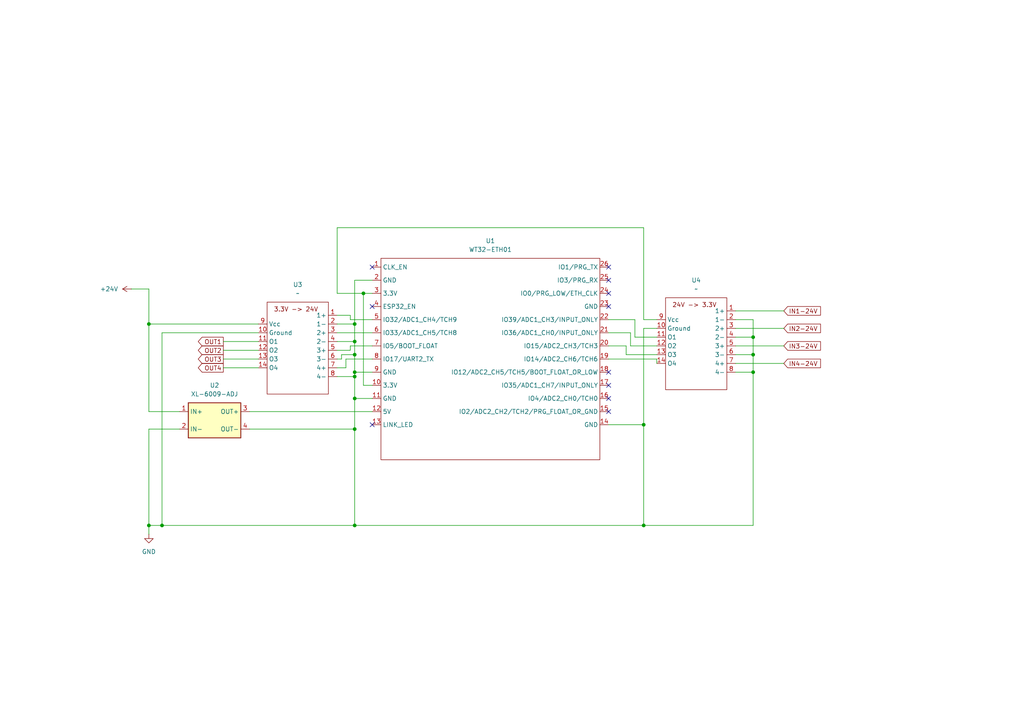
<source format=kicad_sch>
(kicad_sch (version 20250114) (generator "eeschema") (generator_version "9.0")
  (paper "A4")
  (lib_symbols
    (symbol "Regulator_Switching:XL1509-ADJ"
      (property "Reference" "U2" (at 0 10.16 0))
      (property "Value" "XL-6009-ADJ" (at 0 7.62 0))
      (symbol "XL1509-ADJ_0_1"
        (rectangle (start -7.62 5.08) (end 7.62 -5.08) (stroke (width 0.254)) (fill (type background)))
      )
      (symbol "XL1509-ADJ_1_1"
        (pin power_in line (at -10.16 2.54 0) (length 2.54) (name "IN+") (number "1"))
        (pin power_in line (at -10.16 -2.54 0) (length 2.54) (name "IN-") (number "2"))
        (pin power_out line (at 10.16 2.54 180) (length 2.54) (name "OUT+") (number "3"))
        (pin power_out line (at 10.16 -2.54 180) (length 2.54) (name "OUT-") (number "4"))
      )
    )
    (symbol "WT32-ETH01:OP71A04-24v-3.3v"
      (property "Reference" "U" (at -2.286 -15.748 0))
      (symbol "OP71A04-24v-3.3v_1_1"
        (rectangle (start -7.62 7.62) (end 10.16 -19.05))
        (text "24V -> 3.3V" (at 1.778 5.588 0) (effects (font (size 1.27 1.27))))
        (pin input line (at -10.16 3.81 0) (length 2.54) (name "1+") (number "1"))
        (pin input line (at -10.16 1.27 0) (length 2.54) (name "1-") (number "2"))
        (pin input line (at -10.16 -1.27 0) (length 2.54) (name "2+") (number "3"))
        (pin input line (at -10.16 -3.81 0) (length 2.54) (name "2-") (number "4"))
        (pin input line (at -10.16 -6.35 0) (length 2.54) (name "3+") (number "5"))
        (pin input line (at -10.16 -8.89 0) (length 2.54) (name "3-") (number "6"))
        (pin input line (at -10.16 -11.43 0) (length 2.54) (name "4+") (number "7"))
        (pin input line (at -10.16 -13.97 0) (length 2.54) (name "4-") (number "8"))
        (pin input line (at 12.7 1.27 180) (length 2.54) (name "Vcc") (number "9"))
        (pin input line (at 12.7 -1.27 180) (length 2.54) (name "Ground") (number "10"))
        (pin output line (at 12.7 -3.81 180) (length 2.54) (name "O1") (number "11"))
        (pin output line (at 12.7 -6.35 180) (length 2.54) (name "O2") (number "12"))
        (pin output line (at 12.7 -8.89 180) (length 2.54) (name "O3") (number "13"))
        (pin output line (at 12.7 -11.43 180) (length 2.54) (name "O4") (number "14"))
      )
    )
    (symbol "WT32-ETH01:OP71A04-3.3V-24v"
      (property "Reference" "U" (at -2.286 -15.748 0))
      (symbol "OP71A04-3.3V-24v_1_1"
        (rectangle (start -7.62 7.62) (end 10.16 -19.05))
        (text "3.3V -> 24V" (at 1.778 5.588 0) (effects (font (size 1.27 1.27))))
        (pin input line (at -10.16 3.81 0) (length 2.54) (name "1+") (number "1"))
        (pin input line (at -10.16 1.27 0) (length 2.54) (name "1-") (number "2"))
        (pin input line (at -10.16 -1.27 0) (length 2.54) (name "2+") (number "3"))
        (pin input line (at -10.16 -3.81 0) (length 2.54) (name "2-") (number "4"))
        (pin input line (at -10.16 -6.35 0) (length 2.54) (name "3+") (number "5"))
        (pin input line (at -10.16 -8.89 0) (length 2.54) (name "3-") (number "6"))
        (pin input line (at -10.16 -11.43 0) (length 2.54) (name "4+") (number "7"))
        (pin input line (at -10.16 -13.97 0) (length 2.54) (name "4-") (number "8"))
        (pin input line (at 12.7 1.27 180) (length 2.54) (name "Vcc") (number "9"))
        (pin input line (at 12.7 -1.27 180) (length 2.54) (name "Ground") (number "10"))
        (pin output line (at 12.7 -3.81 180) (length 2.54) (name "O1") (number "11"))
        (pin output line (at 12.7 -6.35 180) (length 2.54) (name "O2") (number "12"))
        (pin output line (at 12.7 -8.89 180) (length 2.54) (name "O3") (number "13"))
        (pin output line (at 12.7 -11.43 180) (length 2.54) (name "O4") (number "14"))
      )
    )
    (symbol "WT32-ETH01:WT32-ETH01"
      (property "Reference" "U" (at 0 -22.86 0))
      (property "Value" "WT32-ETH01" (at 0 -25.4 0))
      (symbol "WT32-ETH01_0_1"
        (rectangle (start -31.75 29.21) (end 31.75 -29.21))
      )
      (symbol "WT32-ETH01_1_1"
        (pin bidirectional line (at -34.29 26.67 0) (length 2.54) (name "CLK_EN") (number "1"))
        (pin power_in line (at -34.29 22.86 0) (length 2.54) (name "GND") (number "2"))
        (pin power_out line (at -34.29 19.05 0) (length 2.54) (name "3.3V") (number "3"))
        (pin bidirectional line (at -34.29 15.24 0) (length 2.54) (name "ESP32_EN") (number "4"))
        (pin bidirectional line (at -34.29 11.43 0) (length 2.54) (name "IO32/ADC1_CH4/TCH9") (number "5"))
        (pin bidirectional line (at -34.29 7.62 0) (length 2.54) (name "IO33/ADC1_CH5/TCH8") (number "6"))
        (pin bidirectional line (at -34.29 3.81 0) (length 2.54) (name "IO5/BOOT_FLOAT") (number "7"))
        (pin bidirectional line (at -34.29 0 0) (length 2.54) (name "IO17/UART2_TX") (number "8"))
        (pin power_in line (at -34.29 -3.81 0) (length 2.54) (name "GND") (number "9"))
        (pin power_out line (at -34.29 -7.62 0) (length 2.54) (name "3.3V") (number "10"))
        (pin power_in line (at -34.29 -11.43 0) (length 2.54) (name "GND") (number "11"))
        (pin power_in line (at -34.29 -15.24 0) (length 2.54) (name "5V") (number "12"))
        (pin output line (at -34.29 -19.05 0) (length 2.54) (name "LINK_LED") (number "13"))
        (pin bidirectional line (at 34.29 26.67 180) (length 2.54) (name "IO1/PRG_TX") (number "26"))
        (pin bidirectional line (at 34.29 22.86 180) (length 2.54) (name "IO3/PRG_RX") (number "25"))
        (pin bidirectional line (at 34.29 19.05 180) (length 2.54) (name "IO0/PRG_LOW/ETH_CLK") (number "24"))
        (pin power_in line (at 34.29 15.24 180) (length 2.54) (name "GND") (number "23"))
        (pin input line (at 34.29 11.43 180) (length 2.54) (name "IO39/ADC1_CH3/INPUT_ONLY") (number "22"))
        (pin input line (at 34.29 7.62 180) (length 2.54) (name "IO36/ADC1_CH0/INPUT_ONLY") (number "21"))
        (pin bidirectional line (at 34.29 3.81 180) (length 2.54) (name "IO15/ADC2_CH3/TCH3") (number "20"))
        (pin bidirectional line (at 34.29 0 180) (length 2.54) (name "IO14/ADC2_CH6/TCH6") (number "19"))
        (pin bidirectional line (at 34.29 -3.81 180) (length 2.54) (name "IO12/ADC2_CH5/TCH5/BOOT_FLOAT_OR_LOW") (number "18"))
        (pin input line (at 34.29 -7.62 180) (length 2.54) (name "IO35/ADC1_CH7/INPUT_ONLY") (number "17"))
        (pin bidirectional line (at 34.29 -11.43 180) (length 2.54) (name "IO4/ADC2_CH0/TCH0") (number "16"))
        (pin bidirectional line (at 34.29 -15.24 180) (length 2.54) (name "IO2/ADC2_CH2/TCH2/PRG_FLOAT_OR_GND") (number "15"))
        (pin power_in line (at 34.29 -19.05 180) (length 2.54) (name "GND") (number "14"))
      )
    )
    (symbol "power:+24V" (power) (pin_numbers (hide yes)) (pin_names (offset 0) (hide yes))
      (property "Value" "+24V" (at 0 3.556 0))
      (symbol "+24V_0_1"
        (polyline (pts (xy -0.762 1.27) (xy 0 2.54)))
        (polyline (pts (xy 0 2.54) (xy 0.762 1.27)))
        (polyline (pts (xy 0 0) (xy 0 2.54)))
      )
      (symbol "+24V_1_1"
        (pin power_in line (at 0 0 90) (length 0) (name "~") (number "1"))
      )
    )
    (symbol "power:GND" (power) (pin_numbers (hide yes)) (pin_names (offset 0) (hide yes))
      (property "Value" "GND" (at 0 -3.81 0))
      (symbol "GND_0_1"
        (polyline (pts (xy 0 0) (xy 0 -1.27) (xy 1.27 -1.27) (xy 0 -2.54) (xy -1.27 -1.27) (xy 0 -1.27)))
      )
      (symbol "GND_1_1"
        (pin power_in line (at 0 0 270) (length 0) (name "~") (number "1"))
      )
    )
  )
  (junction (at 218.44 102.87))
  (junction (at 43.18 152.4))
  (junction (at 186.69 123.19))
  (junction (at 102.87 124.46))
  (junction (at 102.87 93.98))
  (junction (at 105.41 85.09))
  (junction (at 102.87 115.57))
  (junction (at 218.44 107.95))
  (junction (at 46.99 152.4))
  (junction (at 218.44 97.79))
  (junction (at 102.87 102.87))
  (junction (at 102.87 99.06))
  (junction (at 102.87 152.4))
  (junction (at 186.69 152.4))
  (junction (at 102.87 109.22))
  (junction (at 102.87 107.95))
  (junction (at 43.18 93.98))
  (no_connect (at 176.53 81.28))
  (no_connect (at 176.53 88.9))
  (no_connect (at 107.95 77.47))
  (no_connect (at 176.53 107.95))
  (no_connect (at 107.95 88.9))
  (no_connect (at 176.53 119.38))
  (no_connect (at 176.53 85.09))
  (no_connect (at 176.53 115.57))
  (no_connect (at 107.95 123.19))
  (no_connect (at 176.53 77.47))
  (no_connect (at 176.53 111.76))
  (wire (pts (xy 101.6 101.6) (xy 97.79 101.6)))
  (wire (pts (xy 190.5 95.25) (xy 186.69 95.25)))
  (wire (pts (xy 176.53 96.52) (xy 182.88 96.52)))
  (wire (pts (xy 107.95 104.14) (xy 100.33 104.14)))
  (wire (pts (xy 186.69 92.71) (xy 186.69 66.04)))
  (wire (pts (xy 64.77 101.6) (xy 74.93 101.6)))
  (wire (pts (xy 213.36 105.41) (xy 227.33 105.41)))
  (wire (pts (xy 97.79 109.22) (xy 102.87 109.22)))
  (wire (pts (xy 97.79 93.98) (xy 102.87 93.98)))
  (wire (pts (xy 46.99 96.52) (xy 46.99 152.4)))
  (wire (pts (xy 99.06 102.87) (xy 102.87 102.87)))
  (wire (pts (xy 182.88 96.52) (xy 182.88 100.33)))
  (wire (pts (xy 105.41 85.09) (xy 105.41 111.76)))
  (wire (pts (xy 176.53 100.33) (xy 181.61 100.33)))
  (wire (pts (xy 105.41 85.09) (xy 107.95 85.09)))
  (wire (pts (xy 43.18 152.4) (xy 43.18 154.94)))
  (wire (pts (xy 181.61 102.87) (xy 190.5 102.87)))
  (wire (pts (xy 107.95 92.71) (xy 101.6 92.71)))
  (wire (pts (xy 213.36 100.33) (xy 227.33 100.33)))
  (wire (pts (xy 102.87 107.95) (xy 102.87 109.22)))
  (wire (pts (xy 213.36 90.17) (xy 227.33 90.17)))
  (wire (pts (xy 218.44 102.87) (xy 218.44 107.95)))
  (wire (pts (xy 218.44 107.95) (xy 218.44 152.4)))
  (wire (pts (xy 218.44 97.79) (xy 218.44 102.87)))
  (wire (pts (xy 72.39 124.46) (xy 102.87 124.46)))
  (wire (pts (xy 97.79 104.14) (xy 99.06 104.14)))
  (wire (pts (xy 43.18 152.4) (xy 46.99 152.4)))
  (wire (pts (xy 100.33 106.68) (xy 97.79 106.68)))
  (wire (pts (xy 97.79 99.06) (xy 102.87 99.06)))
  (wire (pts (xy 102.87 115.57) (xy 107.95 115.57)))
  (wire (pts (xy 101.6 100.33) (xy 101.6 101.6)))
  (wire (pts (xy 184.15 92.71) (xy 184.15 97.79)))
  (wire (pts (xy 107.95 111.76) (xy 105.41 111.76)))
  (wire (pts (xy 186.69 66.04) (xy 97.79 66.04)))
  (wire (pts (xy 72.39 119.38) (xy 107.95 119.38)))
  (wire (pts (xy 102.87 102.87) (xy 102.87 107.95)))
  (wire (pts (xy 101.6 92.71) (xy 101.6 91.44)))
  (wire (pts (xy 43.18 124.46) (xy 43.18 152.4)))
  (wire (pts (xy 218.44 92.71) (xy 218.44 97.79)))
  (wire (pts (xy 101.6 91.44) (xy 97.79 91.44)))
  (wire (pts (xy 97.79 85.09) (xy 105.41 85.09)))
  (wire (pts (xy 176.53 104.14) (xy 190.5 104.14)))
  (wire (pts (xy 64.77 99.06) (xy 74.93 99.06)))
  (wire (pts (xy 213.36 102.87) (xy 218.44 102.87)))
  (wire (pts (xy 100.33 104.14) (xy 100.33 106.68)))
  (wire (pts (xy 97.79 66.04) (xy 97.79 85.09)))
  (wire (pts (xy 176.53 123.19) (xy 186.69 123.19)))
  (wire (pts (xy 102.87 107.95) (xy 107.95 107.95)))
  (wire (pts (xy 43.18 119.38) (xy 52.07 119.38)))
  (wire (pts (xy 43.18 93.98) (xy 74.93 93.98)))
  (wire (pts (xy 102.87 115.57) (xy 102.87 124.46)))
  (wire (pts (xy 43.18 93.98) (xy 43.18 83.82)))
  (wire (pts (xy 213.36 95.25) (xy 227.33 95.25)))
  (wire (pts (xy 107.95 81.28) (xy 102.87 81.28)))
  (wire (pts (xy 186.69 123.19) (xy 186.69 152.4)))
  (wire (pts (xy 182.88 100.33) (xy 190.5 100.33)))
  (wire (pts (xy 213.36 107.95) (xy 218.44 107.95)))
  (wire (pts (xy 102.87 81.28) (xy 102.87 93.98)))
  (wire (pts (xy 74.93 96.52) (xy 46.99 96.52)))
  (wire (pts (xy 190.5 92.71) (xy 186.69 92.71)))
  (wire (pts (xy 99.06 104.14) (xy 99.06 102.87)))
  (wire (pts (xy 213.36 92.71) (xy 218.44 92.71)))
  (wire (pts (xy 184.15 97.79) (xy 190.5 97.79)))
  (wire (pts (xy 64.77 104.14) (xy 74.93 104.14)))
  (wire (pts (xy 102.87 99.06) (xy 102.87 102.87)))
  (wire (pts (xy 186.69 95.25) (xy 186.69 123.19)))
  (wire (pts (xy 64.77 106.68) (xy 74.93 106.68)))
  (wire (pts (xy 190.5 104.14) (xy 190.5 105.41)))
  (wire (pts (xy 97.79 96.52) (xy 107.95 96.52)))
  (wire (pts (xy 102.87 93.98) (xy 102.87 99.06)))
  (wire (pts (xy 102.87 152.4) (xy 186.69 152.4)))
  (wire (pts (xy 176.53 92.71) (xy 184.15 92.71)))
  (wire (pts (xy 107.95 100.33) (xy 101.6 100.33)))
  (wire (pts (xy 43.18 119.38) (xy 43.18 93.98)))
  (wire (pts (xy 43.18 83.82) (xy 38.1 83.82)))
  (wire (pts (xy 46.99 152.4) (xy 102.87 152.4)))
  (wire (pts (xy 102.87 109.22) (xy 102.87 115.57)))
  (wire (pts (xy 102.87 124.46) (xy 102.87 152.4)))
  (wire (pts (xy 186.69 152.4) (xy 218.44 152.4)))
  (wire (pts (xy 43.18 124.46) (xy 52.07 124.46)))
  (wire (pts (xy 181.61 100.33) (xy 181.61 102.87)))
  (wire (pts (xy 213.36 97.79) (xy 218.44 97.79)))
  (global_label "OUT4" (shape output) (at 64.77 106.68 180) (property "Intersheetrefs" "${INTERSHEET_REFS}" (effects (hide yes))))
  (global_label "IN1-24V" (shape input) (at 227.33 90.17 0) (property "Intersheetrefs" "${INTERSHEET_REFS}" (effects (hide yes))))
  (global_label "OUT2" (shape output) (at 64.77 101.6 180) (property "Intersheetrefs" "${INTERSHEET_REFS}" (effects (hide yes))))
  (global_label "OUT1" (shape output) (at 64.77 99.06 180) (property "Intersheetrefs" "${INTERSHEET_REFS}" (effects (hide yes))))
  (global_label "IN3-24V" (shape input) (at 227.33 100.33 0) (property "Intersheetrefs" "${INTERSHEET_REFS}" (effects (hide yes))))
  (global_label "IN4-24V" (shape input) (at 227.33 105.41 0) (property "Intersheetrefs" "${INTERSHEET_REFS}" (effects (hide yes))))
  (global_label "IN2-24V" (shape input) (at 227.33 95.25 0) (property "Intersheetrefs" "${INTERSHEET_REFS}" (effects (hide yes))))
  (global_label "OUT3" (shape output) (at 64.77 104.14 180) (property "Intersheetrefs" "${INTERSHEET_REFS}" (effects (hide yes))))
  (symbol (lib_id "power:+24V") (at 38.1 83.82 90) (unit 1)
    (property "Reference" "#PWR01" (effects (hide yes)))
    (property "Value" "+24V" (at 34.29 83.8199 90) (effects (justify left)))
    (property "Description" "Power symbol creates a global label with name \"+24V\"" (effects (hide yes)))
  )
  (symbol (lib_id "WT32-ETH01:OP71A04-24v-3.3v") (at 203.2 93.98 0) (mirror y) (unit 1)
    (property "Reference" "U4" (at 201.93 81.28 0))
    (property "Value" "~" (at 201.93 83.82 0))
    (property "Footprint" "WT32-ETH01:OP71A04" (effects (hide yes)))
  )
  (symbol (lib_id "power:GND") (at 43.18 154.94 0) (unit 1)
    (property "Reference" "#PWR02" (effects (hide yes)))
    (property "Value" "GND" (at 43.18 160.02 0))
    (property "Description" "Power symbol creates a global label with name \"GND\" , ground" (effects (hide yes)))
  )
  (symbol (lib_id "WT32-ETH01:OP71A04-3.3V-24v") (at 87.63 95.25 0) (mirror y) (unit 1)
    (property "Reference" "U3" (at 86.36 82.55 0))
    (property "Value" "~" (at 86.36 85.09 0))
    (property "Footprint" "WT32-ETH01:OP71A04" (effects (hide yes)))
  )
  (symbol (lib_id "Regulator_Switching:XL1509-ADJ") (at 62.23 121.92 0) (unit 1)
    (property "Reference" "U2" (at 62.23 111.76 0))
    (property "Value" "XL-6009-ADJ" (at 62.23 114.3 0))
    (property "Footprint" "esp32-24v-io:XL6009_module_SMT" (effects (hide yes)))
    (property "Datasheet" "https://datasheet.lcsc.com/lcsc/1809050422_XLSEMI-XL1509-5-0E1_C61063.pdf" (effects (hide yes)))
    (property "Description" "Buck DC/DC Converter, 2A, 1.23-37V Adjustable Output Voltage, 4.5-40V Input Voltage" (effects (hide yes)))
  )
  (symbol (lib_id "WT32-ETH01:WT32-ETH01") (at 142.24 104.14 0) (unit 1)
    (property "Reference" "U1" (at 142.24 69.85 0))
    (property "Value" "WT32-ETH01" (at 142.24 72.39 0))
    (property "Footprint" "WT32-ETH01:WT32-ETH01" (effects (hide yes)))
    (property "Description" "An ESP32 Dev board with onboard ethernet. Produced by wireless-tag." (effects (hide yes)))
  )
)
</source>
